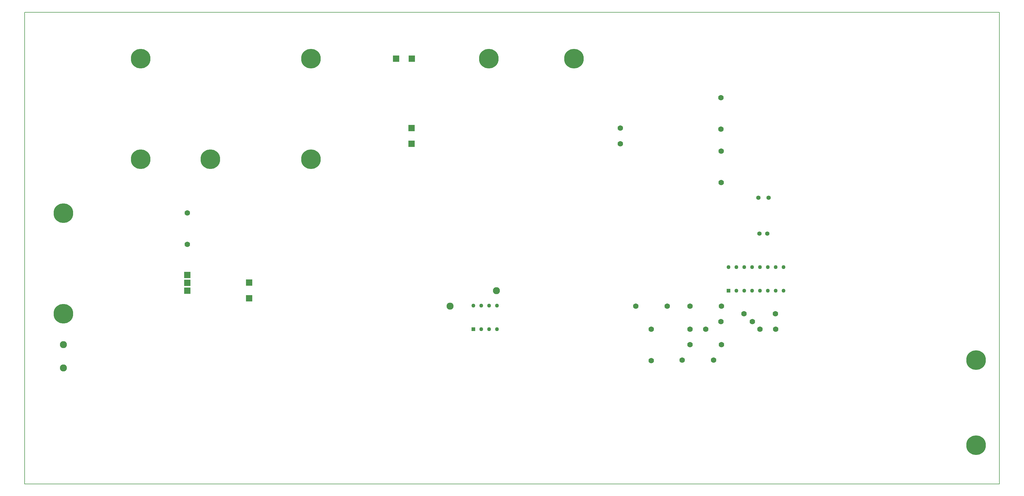
<source format=gbr>
G04 PROTEUS GERBER X2 FILE*
%TF.GenerationSoftware,Labcenter,Proteus,8.7-SP3-Build25561*%
%TF.CreationDate,2020-06-23T21:11:53+00:00*%
%TF.FileFunction,Copper,L1,Top*%
%TF.FilePolarity,Positive*%
%TF.Part,Single*%
%TF.SameCoordinates,{43e51975-e15d-4f1a-9cd5-5ad722afc605}*%
%FSLAX45Y45*%
%MOMM*%
G01*
%TA.AperFunction,ComponentPad*%
%ADD10R,2.032000X2.032000*%
%TA.AperFunction,OtherPad,Unknown*%
%ADD11C,6.350000*%
%TA.AperFunction,ComponentPad*%
%ADD12C,1.778000*%
%TA.AperFunction,ComponentPad*%
%ADD13C,1.422400*%
%TA.AperFunction,ComponentPad*%
%ADD14R,1.270000X1.270000*%
%ADD15C,1.270000*%
%TA.AperFunction,OtherPad,Unknown*%
%ADD16C,2.286000*%
%TA.AperFunction,Profile*%
%ADD17C,0.203200*%
%TD.AperFunction*%
D10*
X-10746000Y+4254000D03*
X-10746000Y+4000000D03*
X-10746000Y+3746000D03*
D11*
X-14750000Y+6250000D03*
X-14750000Y+3000000D03*
X+14750000Y+1500000D03*
X-12250000Y+11250000D03*
X-12250000Y+8000000D03*
X-10000000Y+8000000D03*
D10*
X-8750000Y+4008000D03*
X-8750000Y+3500000D03*
D11*
X-6750000Y+11250000D03*
X-6750000Y+8000000D03*
D10*
X-4000000Y+11250000D03*
X-3492000Y+11250000D03*
X-3500000Y+8492000D03*
X-3500000Y+9000000D03*
D11*
X-1000000Y+11250000D03*
D12*
X+3250000Y+8492000D03*
X+3250000Y+9000000D03*
D11*
X+14750000Y-1250000D03*
D12*
X+6500000Y+8968000D03*
X+6500000Y+9984000D03*
X+6508000Y+7242000D03*
X+6508000Y+8258000D03*
D13*
X+7748000Y+5588000D03*
X+8002000Y+5588000D03*
X+7709000Y+6750000D03*
X+8039000Y+6750000D03*
D14*
X+6750000Y+3750000D03*
D15*
X+7004000Y+3750000D03*
X+7258000Y+3750000D03*
X+7512000Y+3750000D03*
X+7766000Y+3750000D03*
X+8020000Y+3750000D03*
X+8274000Y+3750000D03*
X+8528000Y+3750000D03*
X+8528000Y+4512000D03*
X+8274000Y+4512000D03*
X+8020000Y+4512000D03*
X+7766000Y+4512000D03*
X+7512000Y+4512000D03*
X+7258000Y+4512000D03*
X+7004000Y+4512000D03*
X+6750000Y+4512000D03*
D12*
X+8274000Y+2500000D03*
X+7766000Y+2500000D03*
X+8266000Y+3000000D03*
X+7250000Y+3000000D03*
X+5500000Y+3250000D03*
X+6516000Y+3250000D03*
X+6500000Y+2750000D03*
X+7516000Y+2750000D03*
X+5500000Y+2500000D03*
X+6008000Y+2500000D03*
X+3750000Y+3250000D03*
X+4766000Y+3250000D03*
X+6266000Y+1500000D03*
X+5250000Y+1500000D03*
X+4250000Y+2500000D03*
X+4250000Y+1484000D03*
X+5500000Y+2000000D03*
X+6516000Y+2000000D03*
D14*
X-1500000Y+2500000D03*
D15*
X-1246000Y+2500000D03*
X-992000Y+2500000D03*
X-738000Y+2500000D03*
X-738000Y+3262000D03*
X-992000Y+3262000D03*
X-1246000Y+3262000D03*
X-1500000Y+3262000D03*
D12*
X-10742000Y+6258000D03*
X-10742000Y+5242000D03*
D16*
X-14750000Y+2000000D03*
X-14750000Y+1250000D03*
X-750000Y+3750000D03*
X-2250000Y+3250000D03*
D11*
X+1750000Y+11250000D03*
D17*
X-16000000Y-2500000D02*
X+15500000Y-2500000D01*
X+15500000Y+12750000D01*
X-16000000Y+12750000D01*
X-16000000Y-2500000D01*
M02*

</source>
